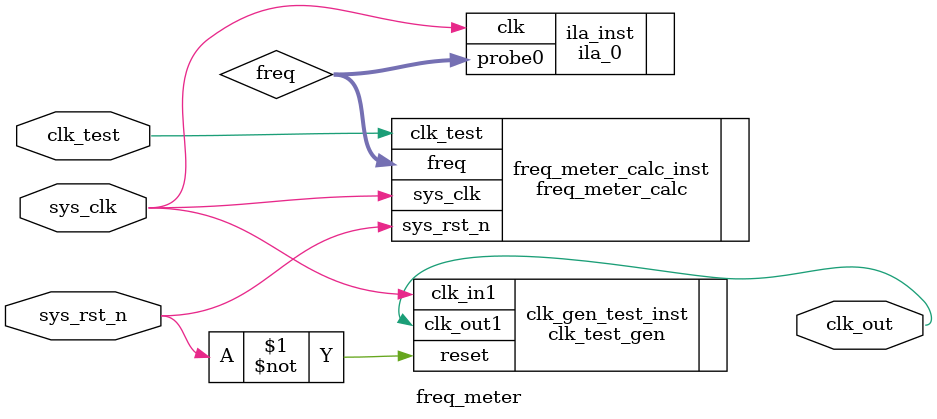
<source format=v>

`timescale  1ns/1ns

module  freq_meter
(
    input   wire            sys_clk     ,   //系统时钟,频率50MHz
    input   wire            sys_rst_n   ,   //复位信号,低电平有效
    input   wire            clk_test    ,   //待检测时钟

    output  wire            clk_out         //生成的待检测时钟
);

//wire  define
(* keep = "true" *)  wire    [33:0]  freq    ;   //计算得到的待检测信号时钟频率

//********************************************************************//
//*************************** Instantiation **************************//
//********************************************************************//
//---------- clk_gen_test_inst ----------
clk_test_gen    clk_gen_test_inst
(
    .reset     (~sys_rst_n ),  //复位端口,高电平有效
    .clk_in1   (sys_clk    ),  //输入系统时钟

    .clk_out1  (clk_out    )   //输出生成的待检测时钟信号
);

//------------- freq_meter_calc_inst --------------
freq_meter_calc freq_meter_calc_inst
(
    .sys_clk    (sys_clk    ),   //系统时钟,频率50MHz
    .sys_rst_n  (sys_rst_n  ),   //复位信号,低电平有效
    .clk_test   (clk_test   ),   //待检测时钟

    .freq       (freq       )    //待检测时钟频率
);

ila_0 ila_inst (
	.clk        (sys_clk    ), // input wire clk

	.probe0     (freq       )  // input wire [33:0] probe0
);

endmodule

</source>
